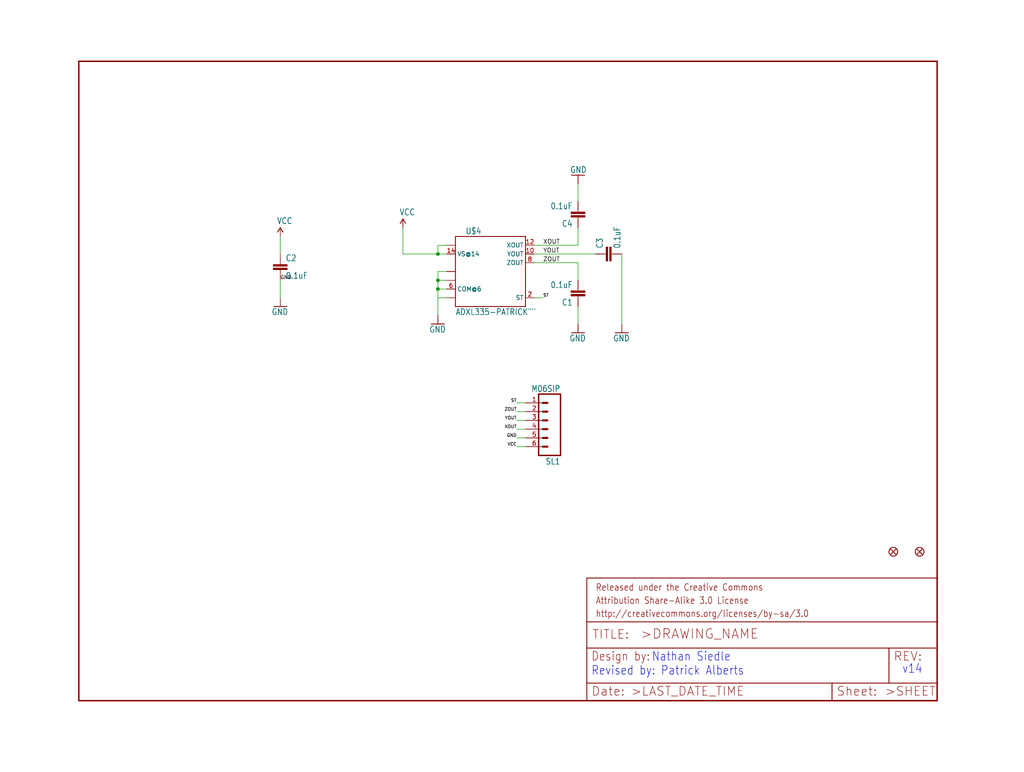
<source format=kicad_sch>
(kicad_sch (version 20211123) (generator eeschema)
  (paper "User" 297.002 223.926)
  (lib_symbols
    (symbol "eagleSchem-eagle-import:ADXL335-PATRICK{dblquote}{dblquote}"
      (property "Reference" "U" (at -2.54 12.7 0))
      (property "Value" "ADXL335-PATRICK{dblquote}{dblquote}" (at -10.16 -12.7 0))
      (symbol "ADXL335-PATRICK{dblquote}{dblquote}_1_0"
        (polyline (pts (xy -10.16 -10.16) (xy -10.16 10.16)) (stroke (width 0.254)))
        (polyline (pts (xy -10.16 10.16) (xy 10.16 10.16)) (stroke (width 0.254)))
        (polyline (pts (xy 10.16 -10.16) (xy -10.16 -10.16)) (stroke (width 0.254)))
        (polyline (pts (xy 10.16 10.16) (xy 10.16 -10.16)) (stroke (width 0.254)))
        (pin bidirectional line (at 12.7 5.08 180) (length 2.54) (name "YOUT") (number "10"))
        (pin bidirectional line (at 12.7 7.62 180) (length 2.54) (name "XOUT") (number "12"))
        (pin bidirectional line (at -12.7 5.08 0) (length 2.54) (name "VS@14") (number "14"))
        (pin bidirectional line (at -12.7 7.62 0) (length 2.54) (name "VS@15") (number "15"))
        (pin bidirectional line (at 12.7 -7.62 180) (length 2.54) (name "ST") (number "2"))
        (pin bidirectional line (at -12.7 0 0) (length 2.54) (name "COM@3") (number "3"))
        (pin bidirectional line (at -12.7 -2.54 0) (length 2.54) (name "COM@5") (number "5"))
        (pin bidirectional line (at -12.7 -5.08 0) (length 2.54) (name "COM@6") (number "6"))
        (pin bidirectional line (at -12.7 -7.62 0) (length 2.54) (name "COM@7") (number "7"))
        (pin bidirectional line (at 12.7 2.54 180) (length 2.54) (name "ZOUT") (number "8"))
      )
    )
    (symbol "eagleSchem-eagle-import:CAP0603-CAP"
      (property "Reference" "C" (at 1.524 2.921 0))
      (property "Value" "CAP0603-CAP" (at 1.524 -2.159 0))
      (symbol "CAP0603-CAP_1_0"
        (rectangle (start -2.032 0.508) (end 2.032 1.016) (fill (type outline)))
        (rectangle (start -2.032 1.524) (end 2.032 2.032) (fill (type outline)))
        (polyline (pts (xy 0 0) (xy 0 0.508)) (stroke (width 0.1524)))
        (polyline (pts (xy 0 2.54) (xy 0 2.032)) (stroke (width 0.1524)))
        (pin passive line (at 0 5.08 270) (length 2.54) (name "1") (number "1"))
        (pin passive line (at 0 -2.54 90) (length 2.54) (name "2") (number "2"))
      )
    )
    (symbol "eagleSchem-eagle-import:FIDUCIAL1X2"
      (symbol "FIDUCIAL1X2_1_0"
        (polyline (pts (xy -0.762 0.762) (xy 0.762 -0.762)) (stroke (width 0.254)))
        (polyline (pts (xy 0.762 0.762) (xy -0.762 -0.762)) (stroke (width 0.254)))
        (circle (center 0 0) (radius 1.27) (stroke (width 0.254)))
      )
    )
    (symbol "eagleSchem-eagle-import:FRAME-LETTER"
      (symbol "FRAME-LETTER_1_0"
        (polyline (pts (xy 0 0) (xy 248.92 0)) (stroke (width 0.4064)))
        (polyline (pts (xy 0 185.42) (xy 0 0)) (stroke (width 0.4064)))
        (polyline (pts (xy 0 185.42) (xy 248.92 185.42)) (stroke (width 0.4064)))
        (polyline (pts (xy 248.92 185.42) (xy 248.92 0)) (stroke (width 0.4064)))
      )
      (symbol "FRAME-LETTER_2_0"
        (polyline (pts (xy 0 0) (xy 0 5.08)) (stroke (width 0.254)))
        (polyline (pts (xy 0 0) (xy 71.12 0)) (stroke (width 0.254)))
        (polyline (pts (xy 0 5.08) (xy 0 15.24)) (stroke (width 0.254)))
        (polyline (pts (xy 0 5.08) (xy 71.12 5.08)) (stroke (width 0.254)))
        (polyline (pts (xy 0 15.24) (xy 0 22.86)) (stroke (width 0.254)))
        (polyline (pts (xy 0 22.86) (xy 0 35.56)) (stroke (width 0.254)))
        (polyline (pts (xy 0 22.86) (xy 101.6 22.86)) (stroke (width 0.254)))
        (polyline (pts (xy 71.12 0) (xy 101.6 0)) (stroke (width 0.254)))
        (polyline (pts (xy 71.12 5.08) (xy 71.12 0)) (stroke (width 0.254)))
        (polyline (pts (xy 71.12 5.08) (xy 87.63 5.08)) (stroke (width 0.254)))
        (polyline (pts (xy 87.63 5.08) (xy 101.6 5.08)) (stroke (width 0.254)))
        (polyline (pts (xy 87.63 15.24) (xy 0 15.24)) (stroke (width 0.254)))
        (polyline (pts (xy 87.63 15.24) (xy 87.63 5.08)) (stroke (width 0.254)))
        (polyline (pts (xy 101.6 5.08) (xy 101.6 0)) (stroke (width 0.254)))
        (polyline (pts (xy 101.6 15.24) (xy 87.63 15.24)) (stroke (width 0.254)))
        (polyline (pts (xy 101.6 15.24) (xy 101.6 5.08)) (stroke (width 0.254)))
        (polyline (pts (xy 101.6 22.86) (xy 101.6 15.24)) (stroke (width 0.254)))
        (polyline (pts (xy 101.6 35.56) (xy 0 35.56)) (stroke (width 0.254)))
        (polyline (pts (xy 101.6 35.56) (xy 101.6 22.86)) (stroke (width 0.254)))
        (text ">DRAWING_NAME" (at 15.494 17.78 0) (effects (font (size 2.7432 2.7432)) (justify left bottom)))
        (text ">LAST_DATE_TIME" (at 12.7 1.27 0) (effects (font (size 2.54 2.54)) (justify left bottom)))
        (text ">SHEET" (at 86.36 1.27 0) (effects (font (size 2.54 2.54)) (justify left bottom)))
        (text "Attribution Share-Alike 3.0 License" (at 2.54 27.94 0) (effects (font (size 1.9304 1.6408)) (justify left bottom)))
        (text "Date:" (at 1.27 1.27 0) (effects (font (size 2.54 2.54)) (justify left bottom)))
        (text "Design by:" (at 1.27 11.43 0) (effects (font (size 2.54 2.159)) (justify left bottom)))
        (text "http://creativecommons.org/licenses/by-sa/3.0" (at 2.54 24.13 0) (effects (font (size 1.9304 1.6408)) (justify left bottom)))
        (text "Released under the Creative Commons" (at 2.54 31.75 0) (effects (font (size 1.9304 1.6408)) (justify left bottom)))
        (text "REV:" (at 88.9 11.43 0) (effects (font (size 2.54 2.54)) (justify left bottom)))
        (text "Sheet:" (at 72.39 1.27 0) (effects (font (size 2.54 2.54)) (justify left bottom)))
        (text "TITLE:" (at 1.524 17.78 0) (effects (font (size 2.54 2.54)) (justify left bottom)))
      )
    )
    (symbol "eagleSchem-eagle-import:GND" (power)
      (property "Value" "GND" (at -2.54 -2.54 0))
      (symbol "GND_1_0"
        (polyline (pts (xy -1.905 0) (xy 1.905 0)) (stroke (width 0.254)))
        (pin power_in line (at 0 2.54 270) (length 2.54) (name "GND") (number "1"))
      )
    )
    (symbol "eagleSchem-eagle-import:M06SIP"
      (property "Reference" "JP" (at -5.08 10.922 0))
      (property "Value" "M06SIP" (at -5.08 -10.16 0))
      (symbol "M06SIP_1_0"
        (polyline (pts (xy -5.08 10.16) (xy -5.08 -7.62)) (stroke (width 0.4064)))
        (polyline (pts (xy -5.08 10.16) (xy 1.27 10.16)) (stroke (width 0.4064)))
        (polyline (pts (xy -1.27 -5.08) (xy 0 -5.08)) (stroke (width 0.6096)))
        (polyline (pts (xy -1.27 -2.54) (xy 0 -2.54)) (stroke (width 0.6096)))
        (polyline (pts (xy -1.27 0) (xy 0 0)) (stroke (width 0.6096)))
        (polyline (pts (xy -1.27 2.54) (xy 0 2.54)) (stroke (width 0.6096)))
        (polyline (pts (xy -1.27 5.08) (xy 0 5.08)) (stroke (width 0.6096)))
        (polyline (pts (xy -1.27 7.62) (xy 0 7.62)) (stroke (width 0.6096)))
        (polyline (pts (xy 1.27 -7.62) (xy -5.08 -7.62)) (stroke (width 0.4064)))
        (polyline (pts (xy 1.27 -7.62) (xy 1.27 10.16)) (stroke (width 0.4064)))
        (pin passive line (at 5.08 -5.08 180) (length 5.08) (name "1") (number "1"))
        (pin passive line (at 5.08 -2.54 180) (length 5.08) (name "2") (number "2"))
        (pin passive line (at 5.08 0 180) (length 5.08) (name "3") (number "3"))
        (pin passive line (at 5.08 2.54 180) (length 5.08) (name "4") (number "4"))
        (pin passive line (at 5.08 5.08 180) (length 5.08) (name "5") (number "5"))
        (pin passive line (at 5.08 7.62 180) (length 5.08) (name "6") (number "6"))
      )
    )
    (symbol "eagleSchem-eagle-import:VCC" (power)
      (property "Value" "VCC" (at -1.016 3.556 0))
      (symbol "VCC_1_0"
        (polyline (pts (xy 0 2.54) (xy -0.762 1.27)) (stroke (width 0.254)))
        (polyline (pts (xy 0.762 1.27) (xy 0 2.54)) (stroke (width 0.254)))
        (pin power_in line (at 0 0 90) (length 2.54) (name "VCC") (number "1"))
      )
    )
  )
  (junction (at 127 81.28))
  (junction (at 127 73.66))
  (junction (at 127 83.82))
  (wire (pts (xy 127 81.28) (xy 129.54 81.28)))
  (wire (pts (xy 81.28 68.58) (xy 81.28 73.66)))
  (wire (pts (xy 127 78.74) (xy 129.54 78.74)))
  (wire (pts (xy 116.84 73.66) (xy 116.84 66.04)))
  (wire (pts (xy 154.94 76.2) (xy 167.64 76.2)))
  (wire (pts (xy 127 83.82) (xy 127 86.36)))
  (wire (pts (xy 152.4 127) (xy 149.86 127)))
  (wire (pts (xy 127 83.82) (xy 127 81.28)))
  (wire (pts (xy 127 86.36) (xy 129.54 86.36)))
  (wire (pts (xy 152.4 124.46) (xy 149.86 124.46)))
  (wire (pts (xy 127 71.12) (xy 129.54 71.12)))
  (wire (pts (xy 152.4 121.92) (xy 149.86 121.92)))
  (wire (pts (xy 127 73.66) (xy 116.84 73.66)))
  (wire (pts (xy 129.54 83.82) (xy 127 83.82)))
  (wire (pts (xy 180.34 73.66) (xy 180.34 93.98)))
  (wire (pts (xy 167.64 76.2) (xy 167.64 81.28)))
  (wire (pts (xy 127 81.28) (xy 127 78.74)))
  (wire (pts (xy 154.94 71.12) (xy 167.64 71.12)))
  (wire (pts (xy 152.4 119.38) (xy 149.86 119.38)))
  (wire (pts (xy 127 73.66) (xy 127 71.12)))
  (wire (pts (xy 154.94 73.66) (xy 172.72 73.66)))
  (wire (pts (xy 152.4 129.54) (xy 149.86 129.54)))
  (wire (pts (xy 152.4 116.84) (xy 149.86 116.84)))
  (wire (pts (xy 81.28 81.28) (xy 81.28 88.9)))
  (wire (pts (xy 167.64 58.42) (xy 167.64 53.34)))
  (wire (pts (xy 154.94 86.36) (xy 157.48 86.36)))
  (wire (pts (xy 129.54 73.66) (xy 127 73.66)))
  (wire (pts (xy 167.64 71.12) (xy 167.64 66.04)))
  (wire (pts (xy 127 86.36) (xy 127 91.44)))
  (wire (pts (xy 167.64 88.9) (xy 167.64 93.98)))
  (text "v14" (at 261.62 195.58 180) (effects (font (size 2.54 2.159)) (justify left bottom)))
  (text "Revised by: Patrick Alberts" (at 171.45 196.088 180) (effects (font (size 2.54 2.159)) (justify left bottom)))
  (text "Nathan Siedle" (at 188.976 192.024 180) (effects (font (size 2.54 2.159)) (justify left bottom)))
  (label "ZOUT" (at 149.86 119.38 180) (effects (font (size 0.889 0.889))))
  (label "GND" (at 149.86 127 180) (effects (font (size 0.889 0.889))))
  (label "ST" (at 157.48 86.36 0) (effects (font (size 0.889 0.889))))
  (label "YOUT" (at 149.86 121.92 180) (effects (font (size 0.889 0.889))))
  (label "ST" (at 149.86 116.84 180) (effects (font (size 0.889 0.889))))
  (label "XOUT" (at 157.48 71.12 0) (effects (font (size 1.2446 1.2446))))
  (label "XOUT" (at 149.86 124.46 180) (effects (font (size 0.889 0.889))))
  (label "VCC" (at 149.86 129.54 180) (effects (font (size 0.889 0.889))))
  (label "ZOUT" (at 157.48 76.2 0) (effects (font (size 1.2446 1.2446))))
  (label "GND" (at 81.28 81.28 0) (effects (font (size 1.016 1.016))))
  (label "YOUT" (at 157.48 73.66 0) (effects (font (size 1.2446 1.2446))))
  (symbol (lib_id "eagleSchem-eagle-import:FIDUCIAL1X2") (at 259.08 160.02 0) (unit 1)
    (property "Reference" "U$3" (effects hide))
    (property "Value" "FIDUCIAL1X2" (effects hide))
    (property "Footprint" "eagleSchem:FIDUCIAL-1X2" (effects hide))
  )
  (symbol (lib_id "eagleSchem-eagle-import:GND") (at 81.28 88.9 0) (unit 1)
    (property "Reference" "#GND3" (effects hide))
    (property "Value" "GND" (at 78.74 91.44 0) (effects (font (size 1.778 1.5113)) (justify left bottom)))
    (property "Footprint" "eagleSchem:" (effects hide))
  )
  (symbol (lib_id "eagleSchem-eagle-import:FRAME-LETTER") (at 170.18 203.2 0) (unit 2)
    (property "Reference" "#FRAME1" (effects hide))
    (property "Value" "FRAME-LETTER" (effects hide))
    (property "Footprint" "eagleSchem:" (effects hide))
  )
  (symbol (lib_id "eagleSchem-eagle-import:M06SIP") (at 157.48 121.92 180) (unit 1)
    (property "Reference" "SL1" (at 162.56 132.842 0) (effects (font (size 1.778 1.5113)) (justify left bottom)))
    (property "Value" "M06SIP" (at 162.56 111.76 0) (effects (font (size 1.778 1.5113)) (justify left bottom)))
    (property "Footprint" "eagleSchem:1X06" (effects hide))
  )
  (symbol (lib_id "eagleSchem-eagle-import:GND") (at 127 93.98 0) (unit 1)
    (property "Reference" "#GND4" (effects hide))
    (property "Value" "GND" (at 124.46 96.52 0) (effects (font (size 1.778 1.5113)) (justify left bottom)))
    (property "Footprint" "eagleSchem:" (effects hide))
  )
  (symbol (lib_id "eagleSchem-eagle-import:GND") (at 167.64 96.52 0) (unit 1)
    (property "Reference" "#GND5" (effects hide))
    (property "Value" "GND" (at 165.1 99.06 0) (effects (font (size 1.778 1.5113)) (justify left bottom)))
    (property "Footprint" "eagleSchem:" (effects hide))
  )
  (symbol (lib_id "eagleSchem-eagle-import:CAP0603-CAP") (at 177.8 73.66 90) (unit 1)
    (property "Reference" "C3" (at 174.879 72.136 0) (effects (font (size 1.778 1.5113)) (justify left bottom)))
    (property "Value" "0.1uF" (at 179.959 72.136 0) (effects (font (size 1.778 1.5113)) (justify left bottom)))
    (property "Footprint" "eagleSchem:0603-CAP" (effects hide))
  )
  (symbol (lib_id "eagleSchem-eagle-import:FRAME-LETTER") (at 22.86 203.2 0) (unit 1)
    (property "Reference" "#FRAME1" (effects hide))
    (property "Value" "FRAME-LETTER" (effects hide))
    (property "Footprint" "eagleSchem:" (effects hide))
  )
  (symbol (lib_id "eagleSchem-eagle-import:VCC") (at 116.84 66.04 0) (unit 1)
    (property "Reference" "#P+1" (effects hide))
    (property "Value" "VCC" (at 115.824 62.484 0) (effects (font (size 1.778 1.5113)) (justify left bottom)))
    (property "Footprint" "eagleSchem:" (effects hide))
  )
  (symbol (lib_id "eagleSchem-eagle-import:VCC") (at 81.28 68.58 0) (unit 1)
    (property "Reference" "#P+2" (effects hide))
    (property "Value" "VCC" (at 80.264 65.024 0) (effects (font (size 1.778 1.5113)) (justify left bottom)))
    (property "Footprint" "eagleSchem:" (effects hide))
  )
  (symbol (lib_id "eagleSchem-eagle-import:GND") (at 180.34 96.52 0) (unit 1)
    (property "Reference" "#GND1" (effects hide))
    (property "Value" "GND" (at 177.8 99.06 0) (effects (font (size 1.778 1.5113)) (justify left bottom)))
    (property "Footprint" "eagleSchem:" (effects hide))
  )
  (symbol (lib_id "eagleSchem-eagle-import:CAP0603-CAP") (at 167.64 83.82 180) (unit 1)
    (property "Reference" "C1" (at 166.116 86.741 0) (effects (font (size 1.778 1.5113)) (justify left bottom)))
    (property "Value" "0.1uF" (at 166.116 81.661 0) (effects (font (size 1.778 1.5113)) (justify left bottom)))
    (property "Footprint" "eagleSchem:0603-CAP" (effects hide))
  )
  (symbol (lib_id "eagleSchem-eagle-import:CAP0603-CAP") (at 81.28 78.74 0) (unit 1)
    (property "Reference" "C2" (at 82.804 75.819 0) (effects (font (size 1.778 1.5113)) (justify left bottom)))
    (property "Value" "0.1uF" (at 82.804 80.899 0) (effects (font (size 1.778 1.5113)) (justify left bottom)))
    (property "Footprint" "eagleSchem:0603-CAP" (effects hide))
  )
  (symbol (lib_id "eagleSchem-eagle-import:FIDUCIAL1X2") (at 266.7 160.02 0) (unit 1)
    (property "Reference" "U$1" (effects hide))
    (property "Value" "FIDUCIAL1X2" (effects hide))
    (property "Footprint" "eagleSchem:FIDUCIAL-1X2" (effects hide))
  )
  (symbol (lib_id "eagleSchem-eagle-import:ADXL335-PATRICK{dblquote}{dblquote}") (at 142.24 78.74 0) (unit 1)
    (property "Reference" "U$4" (at 139.7 66.04 0) (effects (font (size 1.778 1.5113)) (justify right top)))
    (property "Value" "ADXL335-PATRICK{dblquote}{dblquote}" (at 132.08 91.44 0) (effects (font (size 1.778 1.5113)) (justify left bottom)))
    (property "Footprint" "eagleSchem:ADXL335-P" (effects hide))
  )
  (symbol (lib_id "eagleSchem-eagle-import:CAP0603-CAP") (at 167.64 60.96 180) (unit 1)
    (property "Reference" "C4" (at 166.116 63.881 0) (effects (font (size 1.778 1.5113)) (justify left bottom)))
    (property "Value" "0.1uF" (at 166.116 58.801 0) (effects (font (size 1.778 1.5113)) (justify left bottom)))
    (property "Footprint" "eagleSchem:0603-CAP" (effects hide))
  )
  (symbol (lib_id "eagleSchem-eagle-import:GND") (at 167.64 50.8 180) (unit 1)
    (property "Reference" "#GND6" (effects hide))
    (property "Value" "GND" (at 170.18 48.26 0) (effects (font (size 1.778 1.5113)) (justify left bottom)))
    (property "Footprint" "eagleSchem:" (effects hide))
  )
)
</source>
